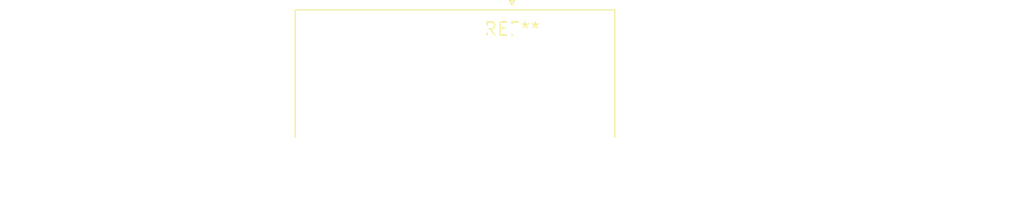
<source format=kicad_pcb>
(kicad_pcb (version 20240108) (generator pcbnew)
  (layers (0 "F.Cu" signal) (31 "B.Cu" signal) (34 "B.Paste" user) (35 "F.Paste" user) (36 "B.SilkS" user "B.Silkscreen") (37 "F.SilkS" user "F.Silkscreen") (38 "B.Mask" user) (39 "F.Mask" user) (44 "Edge.Cuts" user))
  (net 0 "")
  (footprint "DSUB-9_Female_Horizontal_P2.77x2.84mm_EdgePinOffset7.70mm_Housed_MountingHolesOffset9.12mm" (layer "F.Cu") (at 0 0)
    (property "Reference" "REF**")
    (property "Value" "DSUB-9_Female_Horizontal_P2.77x2.84mm_EdgePinOffset7.70mm_Housed_MountingHolesOffset9.12mm")
    (fp_line (start -21.025 -1.86) (end 9.945 -1.86) (layer "F.SilkS") (stroke (width 0.12)))
    (fp_line (start -21.025 10.48) (end -21.025 -1.86) (layer "F.SilkS") (stroke (width 0.12)))
    (fp_line (start -0.25 -2.754338) (end 0.25 -2.754338) (layer "F.SilkS") (stroke (width 0.12)))
    (fp_line (start 0 -2.321325) (end -0.25 -2.754338) (layer "F.SilkS") (stroke (width 0.12)))
    (fp_line (start 0.25 -2.754338) (end 0 -2.321325) (layer "F.SilkS") (stroke (width 0.12)))
    (fp_line (start 9.945 -1.86) (end 9.945 10.48) (layer "F.SilkS") (stroke (width 0.12)))
    (pad "0" thru_hole circle (at -18.04 1.42) (size 4 4) (drill 3.2) (layers *.Cu *.Mask) (remove_unused_layers))
    (pad "0" thru_hole circle (at 6.96 1.42) (size 4 4) (drill 3.2) (layers *.Cu *.Mask) (remove_unused_layers))
    (pad "1" thru_hole rect (at 0 0) (size 1.6 1.6) (drill 1) (layers *.Cu *.Mask) (remove_unused_layers))
    (pad "2" thru_hole circle (at -2.77 0) (size 1.6 1.6) (drill 1) (layers *.Cu *.Mask) (remove_unused_layers))
    (pad "3" thru_hole circle (at -5.54 0) (size 1.6 1.6) (drill 1) (layers *.Cu *.Mask) (remove_unused_layers))
    (pad "4" thru_hole circle (at -8.31 0) (size 1.6 1.6) (drill 1) (layers *.Cu *.Mask) (remove_unused_layers))
    (pad "5" thru_hole circle (at -11.08 0) (size 1.6 1.6) (drill 1) (layers *.Cu *.Mask) (remove_unused_layers))
    (pad "6" thru_hole circle (at -1.385 2.84) (size 1.6 1.6) (drill 1) (layers *.Cu *.Mask) (remove_unused_layers))
    (pad "7" thru_hole circle (at -4.155 2.84) (size 1.6 1.6) (drill 1) (layers *.Cu *.Mask) (remove_unused_layers))
    (pad "8" thru_hole circle (at -6.925 2.84) (size 1.6 1.6) (drill 1) (layers *.Cu *.Mask) (remove_unused_layers))
    (pad "9" thru_hole circle (at -9.695 2.84) (size 1.6 1.6) (drill 1) (layers *.Cu *.Mask) (remove_unused_layers))
  )
)
</source>
